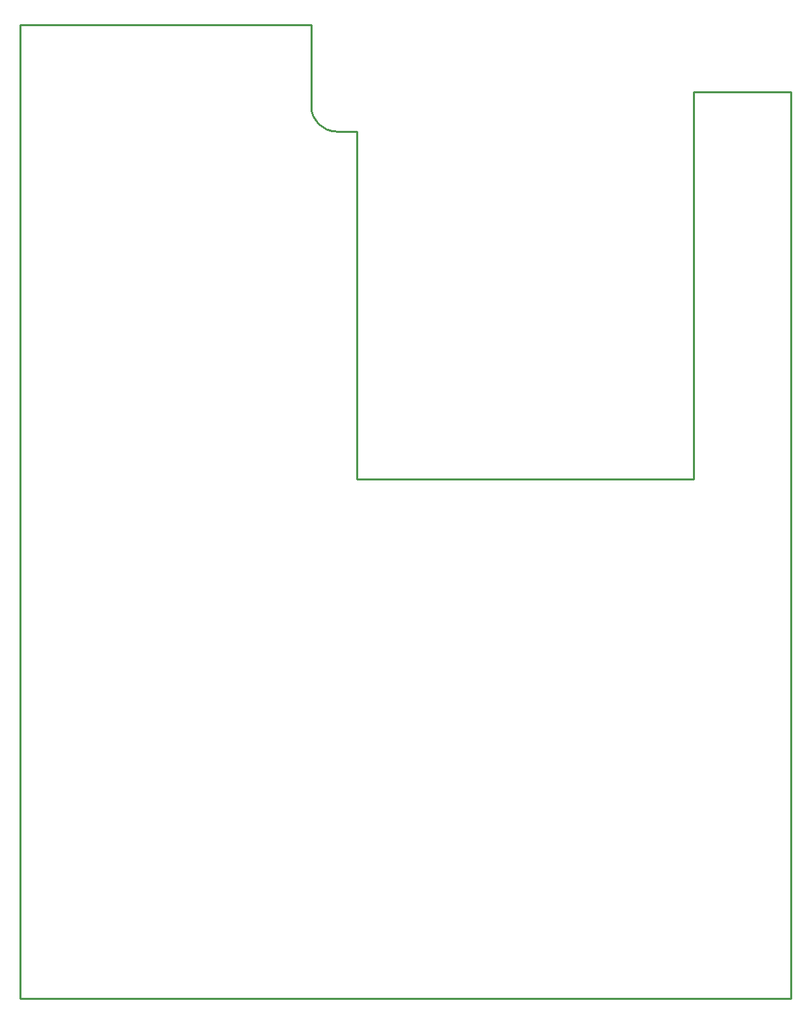
<source format=gko>
G04*
G04 #@! TF.GenerationSoftware,Altium Limited,Altium Designer,21.0.9 (235)*
G04*
G04 Layer_Color=16711935*
%FSLAX44Y44*%
%MOMM*%
G71*
G04*
G04 #@! TF.SameCoordinates,B04B5628-BEB7-489B-AFC1-9DCA5A1A145D*
G04*
G04*
G04 #@! TF.FilePolarity,Positive*
G04*
G01*
G75*
%ADD11C,0.2540*%
D11*
X-514500Y13000D02*
G03*
X-483000Y-18500I31500J0D01*
G01*
X-457302Y-457200D02*
X-31500D01*
X-483000Y-18500D02*
X-457302D01*
X-457302Y-457387D02*
X-457302Y-18500D01*
X-881696Y115660D02*
X-514500Y115660D01*
Y13000D02*
Y115660D01*
X-31500Y31500D02*
X-31500Y-457200D01*
X-31500Y31500D02*
X90586D01*
X90586Y-1112684D01*
X-881726Y-1112684D02*
X90586Y-1112684D01*
X-881726Y-1112684D02*
Y115630D01*
M02*

</source>
